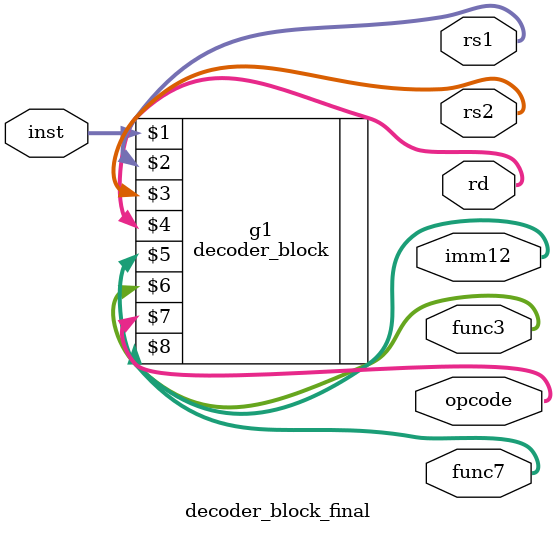
<source format=sv>

module decoder_block_final #(parameter N=32) (input logic [N-1:0] inst, output logic [4:0]rs1,rs2,rd, output logic [11:0]imm12,output logic[2:0]func3,output logic [6:0]opcode,func7);

decoder_block g1(inst,rs1,rs2,rd,imm12,func3,opcode,func7);

endmodule
</source>
